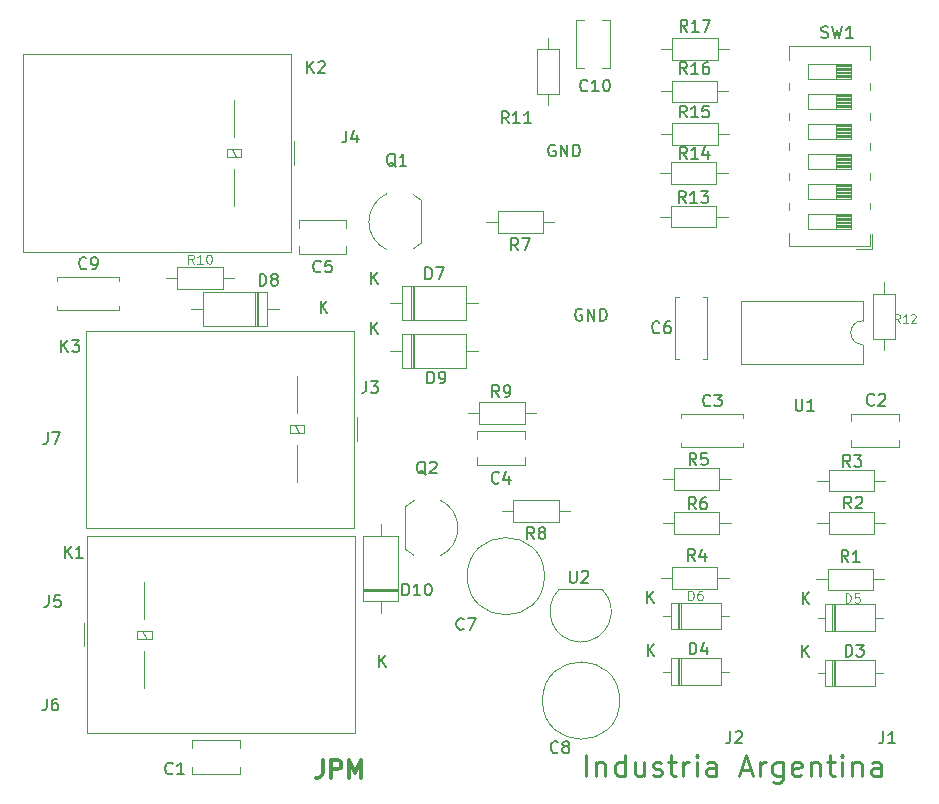
<source format=gbr>
G04 #@! TF.GenerationSoftware,KiCad,Pcbnew,5.1.4-e60b266~84~ubuntu18.04.1*
G04 #@! TF.CreationDate,2019-11-08T12:52:39-03:00*
G04 #@! TF.ProjectId,DriverConSensor,44726976-6572-4436-9f6e-53656e736f72,Ribelotta-Perren*
G04 #@! TF.SameCoordinates,Original*
G04 #@! TF.FileFunction,Legend,Top*
G04 #@! TF.FilePolarity,Positive*
%FSLAX46Y46*%
G04 Gerber Fmt 4.6, Leading zero omitted, Abs format (unit mm)*
G04 Created by KiCad (PCBNEW 5.1.4-e60b266~84~ubuntu18.04.1) date 2019-11-08 12:52:39*
%MOMM*%
%LPD*%
G04 APERTURE LIST*
%ADD10C,0.300000*%
%ADD11C,0.250000*%
%ADD12C,0.120000*%
%ADD13C,0.150000*%
%ADD14C,0.110000*%
%ADD15C,0.100000*%
G04 APERTURE END LIST*
D10*
X139232142Y-127078571D02*
X139232142Y-128150000D01*
X139160714Y-128364285D01*
X139017857Y-128507142D01*
X138803571Y-128578571D01*
X138660714Y-128578571D01*
X139946428Y-128578571D02*
X139946428Y-127078571D01*
X140517857Y-127078571D01*
X140660714Y-127150000D01*
X140732142Y-127221428D01*
X140803571Y-127364285D01*
X140803571Y-127578571D01*
X140732142Y-127721428D01*
X140660714Y-127792857D01*
X140517857Y-127864285D01*
X139946428Y-127864285D01*
X141446428Y-128578571D02*
X141446428Y-127078571D01*
X141946428Y-128150000D01*
X142446428Y-127078571D01*
X142446428Y-128578571D01*
D11*
X161528571Y-128464285D02*
X161528571Y-126664285D01*
X162385714Y-127264285D02*
X162385714Y-128464285D01*
X162385714Y-127435714D02*
X162471428Y-127350000D01*
X162642857Y-127264285D01*
X162900000Y-127264285D01*
X163071428Y-127350000D01*
X163157142Y-127521428D01*
X163157142Y-128464285D01*
X164785714Y-128464285D02*
X164785714Y-126664285D01*
X164785714Y-128378571D02*
X164614285Y-128464285D01*
X164271428Y-128464285D01*
X164100000Y-128378571D01*
X164014285Y-128292857D01*
X163928571Y-128121428D01*
X163928571Y-127607142D01*
X164014285Y-127435714D01*
X164100000Y-127350000D01*
X164271428Y-127264285D01*
X164614285Y-127264285D01*
X164785714Y-127350000D01*
X166414285Y-127264285D02*
X166414285Y-128464285D01*
X165642857Y-127264285D02*
X165642857Y-128207142D01*
X165728571Y-128378571D01*
X165900000Y-128464285D01*
X166157142Y-128464285D01*
X166328571Y-128378571D01*
X166414285Y-128292857D01*
X167185714Y-128378571D02*
X167357142Y-128464285D01*
X167700000Y-128464285D01*
X167871428Y-128378571D01*
X167957142Y-128207142D01*
X167957142Y-128121428D01*
X167871428Y-127950000D01*
X167700000Y-127864285D01*
X167442857Y-127864285D01*
X167271428Y-127778571D01*
X167185714Y-127607142D01*
X167185714Y-127521428D01*
X167271428Y-127350000D01*
X167442857Y-127264285D01*
X167700000Y-127264285D01*
X167871428Y-127350000D01*
X168471428Y-127264285D02*
X169157142Y-127264285D01*
X168728571Y-126664285D02*
X168728571Y-128207142D01*
X168814285Y-128378571D01*
X168985714Y-128464285D01*
X169157142Y-128464285D01*
X169757142Y-128464285D02*
X169757142Y-127264285D01*
X169757142Y-127607142D02*
X169842857Y-127435714D01*
X169928571Y-127350000D01*
X170100000Y-127264285D01*
X170271428Y-127264285D01*
X170871428Y-128464285D02*
X170871428Y-127264285D01*
X170871428Y-126664285D02*
X170785714Y-126750000D01*
X170871428Y-126835714D01*
X170957142Y-126750000D01*
X170871428Y-126664285D01*
X170871428Y-126835714D01*
X172500000Y-128464285D02*
X172500000Y-127521428D01*
X172414285Y-127350000D01*
X172242857Y-127264285D01*
X171900000Y-127264285D01*
X171728571Y-127350000D01*
X172500000Y-128378571D02*
X172328571Y-128464285D01*
X171900000Y-128464285D01*
X171728571Y-128378571D01*
X171642857Y-128207142D01*
X171642857Y-128035714D01*
X171728571Y-127864285D01*
X171900000Y-127778571D01*
X172328571Y-127778571D01*
X172500000Y-127692857D01*
X174642857Y-127950000D02*
X175500000Y-127950000D01*
X174471428Y-128464285D02*
X175071428Y-126664285D01*
X175671428Y-128464285D01*
X176271428Y-128464285D02*
X176271428Y-127264285D01*
X176271428Y-127607142D02*
X176357142Y-127435714D01*
X176442857Y-127350000D01*
X176614285Y-127264285D01*
X176785714Y-127264285D01*
X178157142Y-127264285D02*
X178157142Y-128721428D01*
X178071428Y-128892857D01*
X177985714Y-128978571D01*
X177814285Y-129064285D01*
X177557142Y-129064285D01*
X177385714Y-128978571D01*
X178157142Y-128378571D02*
X177985714Y-128464285D01*
X177642857Y-128464285D01*
X177471428Y-128378571D01*
X177385714Y-128292857D01*
X177300000Y-128121428D01*
X177300000Y-127607142D01*
X177385714Y-127435714D01*
X177471428Y-127350000D01*
X177642857Y-127264285D01*
X177985714Y-127264285D01*
X178157142Y-127350000D01*
X179700000Y-128378571D02*
X179528571Y-128464285D01*
X179185714Y-128464285D01*
X179014285Y-128378571D01*
X178928571Y-128207142D01*
X178928571Y-127521428D01*
X179014285Y-127350000D01*
X179185714Y-127264285D01*
X179528571Y-127264285D01*
X179700000Y-127350000D01*
X179785714Y-127521428D01*
X179785714Y-127692857D01*
X178928571Y-127864285D01*
X180557142Y-127264285D02*
X180557142Y-128464285D01*
X180557142Y-127435714D02*
X180642857Y-127350000D01*
X180814285Y-127264285D01*
X181071428Y-127264285D01*
X181242857Y-127350000D01*
X181328571Y-127521428D01*
X181328571Y-128464285D01*
X181928571Y-127264285D02*
X182614285Y-127264285D01*
X182185714Y-126664285D02*
X182185714Y-128207142D01*
X182271428Y-128378571D01*
X182442857Y-128464285D01*
X182614285Y-128464285D01*
X183214285Y-128464285D02*
X183214285Y-127264285D01*
X183214285Y-126664285D02*
X183128571Y-126750000D01*
X183214285Y-126835714D01*
X183300000Y-126750000D01*
X183214285Y-126664285D01*
X183214285Y-126835714D01*
X184071428Y-127264285D02*
X184071428Y-128464285D01*
X184071428Y-127435714D02*
X184157142Y-127350000D01*
X184328571Y-127264285D01*
X184585714Y-127264285D01*
X184757142Y-127350000D01*
X184842857Y-127521428D01*
X184842857Y-128464285D01*
X186471428Y-128464285D02*
X186471428Y-127521428D01*
X186385714Y-127350000D01*
X186214285Y-127264285D01*
X185871428Y-127264285D01*
X185700000Y-127350000D01*
X186471428Y-128378571D02*
X186300000Y-128464285D01*
X185871428Y-128464285D01*
X185700000Y-128378571D01*
X185614285Y-128207142D01*
X185614285Y-128035714D01*
X185700000Y-127864285D01*
X185871428Y-127778571D01*
X186300000Y-127778571D01*
X186471428Y-127692857D01*
D12*
X137050000Y-100425000D02*
X137050000Y-103575000D01*
X137050000Y-94575000D02*
X137050000Y-97725000D01*
X142160000Y-98075000D02*
X142160000Y-100075000D01*
X136450000Y-98725000D02*
X136450000Y-99425000D01*
X137650000Y-98725000D02*
X136450000Y-98725000D01*
X137650000Y-99425000D02*
X137650000Y-98725000D01*
X136450000Y-99425000D02*
X137650000Y-99425000D01*
X136850000Y-98725000D02*
X137250000Y-99425000D01*
X119200000Y-90725000D02*
X119200000Y-107425000D01*
X141900000Y-90725000D02*
X119200000Y-90725000D01*
X141900000Y-107425000D02*
X141900000Y-90725000D01*
X119200000Y-107425000D02*
X141900000Y-107425000D01*
X131700000Y-77050000D02*
X131700000Y-80200000D01*
X131700000Y-71200000D02*
X131700000Y-74350000D01*
X136810000Y-74700000D02*
X136810000Y-76700000D01*
X131100000Y-75350000D02*
X131100000Y-76050000D01*
X132300000Y-75350000D02*
X131100000Y-75350000D01*
X132300000Y-76050000D02*
X132300000Y-75350000D01*
X131100000Y-76050000D02*
X132300000Y-76050000D01*
X131500000Y-75350000D02*
X131900000Y-76050000D01*
X113850000Y-67350000D02*
X113850000Y-84050000D01*
X136550000Y-67350000D02*
X113850000Y-67350000D01*
X136550000Y-84050000D02*
X136550000Y-67350000D01*
X113850000Y-84050000D02*
X136550000Y-84050000D01*
X124125000Y-115125000D02*
X124125000Y-111975000D01*
X124125000Y-120975000D02*
X124125000Y-117825000D01*
X119015000Y-117475000D02*
X119015000Y-115475000D01*
X124725000Y-116825000D02*
X124725000Y-116125000D01*
X123525000Y-116825000D02*
X124725000Y-116825000D01*
X123525000Y-116125000D02*
X123525000Y-116825000D01*
X124725000Y-116125000D02*
X123525000Y-116125000D01*
X124325000Y-116825000D02*
X123925000Y-116125000D01*
X141975000Y-124825000D02*
X141975000Y-108125000D01*
X119275000Y-124825000D02*
X141975000Y-124825000D01*
X119275000Y-108125000D02*
X119275000Y-124825000D01*
X141975000Y-108125000D02*
X119275000Y-108125000D01*
X121995000Y-88630000D02*
X121995000Y-88945000D01*
X121995000Y-86205000D02*
X121995000Y-86520000D01*
X116755000Y-88630000D02*
X116755000Y-88945000D01*
X116755000Y-86205000D02*
X116755000Y-86520000D01*
X116755000Y-88945000D02*
X121995000Y-88945000D01*
X116755000Y-86205000D02*
X121995000Y-86205000D01*
X171455000Y-87880000D02*
X171770000Y-87880000D01*
X169030000Y-87880000D02*
X169345000Y-87880000D01*
X171455000Y-93120000D02*
X171770000Y-93120000D01*
X169030000Y-93120000D02*
X169345000Y-93120000D01*
X171770000Y-93120000D02*
X171770000Y-87880000D01*
X169030000Y-93120000D02*
X169030000Y-87880000D01*
X174820000Y-100255000D02*
X174820000Y-100570000D01*
X174820000Y-97830000D02*
X174820000Y-98145000D01*
X169580000Y-100255000D02*
X169580000Y-100570000D01*
X169580000Y-97830000D02*
X169580000Y-98145000D01*
X169580000Y-100570000D02*
X174820000Y-100570000D01*
X169580000Y-97830000D02*
X174820000Y-97830000D01*
X162855000Y-112650000D02*
X159255000Y-112650000D01*
X162893478Y-112661522D02*
G75*
G02X161055000Y-117100000I-1838478J-1838478D01*
G01*
X159216522Y-112661522D02*
G75*
G03X161055000Y-117100000I1838478J-1838478D01*
G01*
X145935000Y-86930000D02*
X145935000Y-89870000D01*
X145935000Y-89870000D02*
X151375000Y-89870000D01*
X151375000Y-89870000D02*
X151375000Y-86930000D01*
X151375000Y-86930000D02*
X145935000Y-86930000D01*
X144915000Y-88400000D02*
X145935000Y-88400000D01*
X152395000Y-88400000D02*
X151375000Y-88400000D01*
X146835000Y-86930000D02*
X146835000Y-89870000D01*
X146955000Y-86930000D02*
X146955000Y-89870000D01*
X146715000Y-86930000D02*
X146715000Y-89870000D01*
X128140000Y-126055000D02*
X128140000Y-125430000D01*
X128140000Y-128270000D02*
X128140000Y-127645000D01*
X132180000Y-126055000D02*
X132180000Y-125430000D01*
X132180000Y-128270000D02*
X132180000Y-127645000D01*
X132180000Y-125430000D02*
X128140000Y-125430000D01*
X132180000Y-128270000D02*
X128140000Y-128270000D01*
X187990000Y-100610000D02*
X183950000Y-100610000D01*
X187990000Y-97770000D02*
X183950000Y-97770000D01*
X187990000Y-100610000D02*
X187990000Y-99985000D01*
X187990000Y-98395000D02*
X187990000Y-97770000D01*
X183950000Y-100610000D02*
X183950000Y-99985000D01*
X183950000Y-98395000D02*
X183950000Y-97770000D01*
X152280000Y-99880000D02*
X152280000Y-99255000D01*
X152280000Y-102095000D02*
X152280000Y-101470000D01*
X156320000Y-99880000D02*
X156320000Y-99255000D01*
X156320000Y-102095000D02*
X156320000Y-101470000D01*
X156320000Y-99255000D02*
X152280000Y-99255000D01*
X156320000Y-102095000D02*
X152280000Y-102095000D01*
X137192000Y-82009000D02*
X137192000Y-81384000D01*
X137192000Y-84224000D02*
X137192000Y-83599000D01*
X141232000Y-82009000D02*
X141232000Y-81384000D01*
X141232000Y-84224000D02*
X141232000Y-83599000D01*
X141232000Y-81384000D02*
X137192000Y-81384000D01*
X141232000Y-84224000D02*
X137192000Y-84224000D01*
X157995000Y-111525000D02*
G75*
G03X157995000Y-111525000I-3270000J0D01*
G01*
X164370000Y-122050000D02*
G75*
G03X164370000Y-122050000I-3270000J0D01*
G01*
X160680000Y-68470000D02*
X160680000Y-64430000D01*
X163520000Y-68470000D02*
X163520000Y-64430000D01*
X160680000Y-68470000D02*
X161305000Y-68470000D01*
X162895000Y-68470000D02*
X163520000Y-68470000D01*
X160680000Y-64430000D02*
X161305000Y-64430000D01*
X162895000Y-64430000D02*
X163520000Y-64430000D01*
X181765000Y-118605000D02*
X181765000Y-120845000D01*
X181765000Y-120845000D02*
X186005000Y-120845000D01*
X186005000Y-120845000D02*
X186005000Y-118605000D01*
X186005000Y-118605000D02*
X181765000Y-118605000D01*
X181115000Y-119725000D02*
X181765000Y-119725000D01*
X186655000Y-119725000D02*
X186005000Y-119725000D01*
X182485000Y-118605000D02*
X182485000Y-120845000D01*
X182605000Y-118605000D02*
X182605000Y-120845000D01*
X182365000Y-118605000D02*
X182365000Y-120845000D01*
X169290000Y-118480000D02*
X169290000Y-120720000D01*
X169530000Y-118480000D02*
X169530000Y-120720000D01*
X169410000Y-118480000D02*
X169410000Y-120720000D01*
X173580000Y-119600000D02*
X172930000Y-119600000D01*
X168040000Y-119600000D02*
X168690000Y-119600000D01*
X172930000Y-118480000D02*
X168690000Y-118480000D01*
X172930000Y-120720000D02*
X172930000Y-118480000D01*
X168690000Y-120720000D02*
X172930000Y-120720000D01*
X168690000Y-118480000D02*
X168690000Y-120720000D01*
X181765000Y-113905000D02*
X181765000Y-116145000D01*
X181765000Y-116145000D02*
X186005000Y-116145000D01*
X186005000Y-116145000D02*
X186005000Y-113905000D01*
X186005000Y-113905000D02*
X181765000Y-113905000D01*
X181115000Y-115025000D02*
X181765000Y-115025000D01*
X186655000Y-115025000D02*
X186005000Y-115025000D01*
X182485000Y-113905000D02*
X182485000Y-116145000D01*
X182605000Y-113905000D02*
X182605000Y-116145000D01*
X182365000Y-113905000D02*
X182365000Y-116145000D01*
X169290000Y-113780000D02*
X169290000Y-116020000D01*
X169530000Y-113780000D02*
X169530000Y-116020000D01*
X169410000Y-113780000D02*
X169410000Y-116020000D01*
X173580000Y-114900000D02*
X172930000Y-114900000D01*
X168040000Y-114900000D02*
X168690000Y-114900000D01*
X172930000Y-113780000D02*
X168690000Y-113780000D01*
X172930000Y-116020000D02*
X172930000Y-113780000D01*
X168690000Y-116020000D02*
X172930000Y-116020000D01*
X168690000Y-113780000D02*
X168690000Y-116020000D01*
X133760000Y-90370000D02*
X133760000Y-87430000D01*
X133520000Y-90370000D02*
X133520000Y-87430000D01*
X133640000Y-90370000D02*
X133640000Y-87430000D01*
X128080000Y-88900000D02*
X129100000Y-88900000D01*
X135560000Y-88900000D02*
X134540000Y-88900000D01*
X129100000Y-90370000D02*
X134540000Y-90370000D01*
X129100000Y-87430000D02*
X129100000Y-90370000D01*
X134540000Y-87430000D02*
X129100000Y-87430000D01*
X134540000Y-90370000D02*
X134540000Y-87430000D01*
X145930000Y-90990000D02*
X145930000Y-93930000D01*
X145930000Y-93930000D02*
X151370000Y-93930000D01*
X151370000Y-93930000D02*
X151370000Y-90990000D01*
X151370000Y-90990000D02*
X145930000Y-90990000D01*
X144910000Y-92460000D02*
X145930000Y-92460000D01*
X152390000Y-92460000D02*
X151370000Y-92460000D01*
X146830000Y-90990000D02*
X146830000Y-93930000D01*
X146950000Y-90990000D02*
X146950000Y-93930000D01*
X146710000Y-90990000D02*
X146710000Y-93930000D01*
X142655000Y-112810000D02*
X145595000Y-112810000D01*
X142655000Y-112570000D02*
X145595000Y-112570000D01*
X142655000Y-112690000D02*
X145595000Y-112690000D01*
X144125000Y-107130000D02*
X144125000Y-108150000D01*
X144125000Y-114610000D02*
X144125000Y-113590000D01*
X142655000Y-108150000D02*
X142655000Y-113590000D01*
X145595000Y-108150000D02*
X142655000Y-108150000D01*
X145595000Y-113590000D02*
X145595000Y-108150000D01*
X142655000Y-113590000D02*
X145595000Y-113590000D01*
X146847795Y-79185816D02*
G75*
G02X147575000Y-79710000I-1122795J-2324184D01*
G01*
X144626193Y-79153600D02*
G75*
G03X143125000Y-81510000I1098807J-2356400D01*
G01*
X144626193Y-83866400D02*
G75*
G02X143125000Y-81510000I1098807J2356400D01*
G01*
X146847795Y-83834184D02*
G75*
G03X147575000Y-83310000I-1122795J2324184D01*
G01*
X147575000Y-83310000D02*
X147575000Y-79710000D01*
X146225000Y-105640000D02*
X146225000Y-109240000D01*
X146952205Y-105115816D02*
G75*
G03X146225000Y-105640000I1122795J-2324184D01*
G01*
X149173807Y-105083600D02*
G75*
G02X150675000Y-107440000I-1098807J-2356400D01*
G01*
X149173807Y-109796400D02*
G75*
G03X150675000Y-107440000I-1098807J2356400D01*
G01*
X146952205Y-109764184D02*
G75*
G02X146225000Y-109240000I1122795J2324184D01*
G01*
X181965000Y-110880000D02*
X181965000Y-112720000D01*
X181965000Y-112720000D02*
X185805000Y-112720000D01*
X185805000Y-112720000D02*
X185805000Y-110880000D01*
X185805000Y-110880000D02*
X181965000Y-110880000D01*
X181015000Y-111800000D02*
X181965000Y-111800000D01*
X186755000Y-111800000D02*
X185805000Y-111800000D01*
X181095000Y-107000000D02*
X182045000Y-107000000D01*
X186835000Y-107000000D02*
X185885000Y-107000000D01*
X182045000Y-107920000D02*
X185885000Y-107920000D01*
X182045000Y-106080000D02*
X182045000Y-107920000D01*
X185885000Y-106080000D02*
X182045000Y-106080000D01*
X185885000Y-107920000D02*
X185885000Y-106080000D01*
X185885000Y-104345000D02*
X185885000Y-102505000D01*
X185885000Y-102505000D02*
X182045000Y-102505000D01*
X182045000Y-102505000D02*
X182045000Y-104345000D01*
X182045000Y-104345000D02*
X185885000Y-104345000D01*
X186835000Y-103425000D02*
X185885000Y-103425000D01*
X181095000Y-103425000D02*
X182045000Y-103425000D01*
X168790000Y-110780000D02*
X168790000Y-112620000D01*
X168790000Y-112620000D02*
X172630000Y-112620000D01*
X172630000Y-112620000D02*
X172630000Y-110780000D01*
X172630000Y-110780000D02*
X168790000Y-110780000D01*
X167840000Y-111700000D02*
X168790000Y-111700000D01*
X173580000Y-111700000D02*
X172630000Y-111700000D01*
X168020000Y-103300000D02*
X168970000Y-103300000D01*
X173760000Y-103300000D02*
X172810000Y-103300000D01*
X168970000Y-104220000D02*
X172810000Y-104220000D01*
X168970000Y-102380000D02*
X168970000Y-104220000D01*
X172810000Y-102380000D02*
X168970000Y-102380000D01*
X172810000Y-104220000D02*
X172810000Y-102380000D01*
X168020000Y-107000000D02*
X168970000Y-107000000D01*
X173760000Y-107000000D02*
X172810000Y-107000000D01*
X168970000Y-107920000D02*
X172810000Y-107920000D01*
X168970000Y-106080000D02*
X168970000Y-107920000D01*
X172810000Y-106080000D02*
X168970000Y-106080000D01*
X172810000Y-107920000D02*
X172810000Y-106080000D01*
X153070000Y-81550000D02*
X154020000Y-81550000D01*
X158810000Y-81550000D02*
X157860000Y-81550000D01*
X154020000Y-82470000D02*
X157860000Y-82470000D01*
X154020000Y-80630000D02*
X154020000Y-82470000D01*
X157860000Y-80630000D02*
X154020000Y-80630000D01*
X157860000Y-82470000D02*
X157860000Y-80630000D01*
X154420000Y-106000000D02*
X155370000Y-106000000D01*
X160160000Y-106000000D02*
X159210000Y-106000000D01*
X155370000Y-106920000D02*
X159210000Y-106920000D01*
X155370000Y-105080000D02*
X155370000Y-106920000D01*
X159210000Y-105080000D02*
X155370000Y-105080000D01*
X159210000Y-106920000D02*
X159210000Y-105080000D01*
X156310000Y-98620000D02*
X156310000Y-96780000D01*
X156310000Y-96780000D02*
X152470000Y-96780000D01*
X152470000Y-96780000D02*
X152470000Y-98620000D01*
X152470000Y-98620000D02*
X156310000Y-98620000D01*
X157260000Y-97700000D02*
X156310000Y-97700000D01*
X151520000Y-97700000D02*
X152470000Y-97700000D01*
X130760000Y-87195000D02*
X130760000Y-85355000D01*
X130760000Y-85355000D02*
X126920000Y-85355000D01*
X126920000Y-85355000D02*
X126920000Y-87195000D01*
X126920000Y-87195000D02*
X130760000Y-87195000D01*
X131710000Y-86275000D02*
X130760000Y-86275000D01*
X125970000Y-86275000D02*
X126920000Y-86275000D01*
X157380000Y-70710000D02*
X159220000Y-70710000D01*
X159220000Y-70710000D02*
X159220000Y-66870000D01*
X159220000Y-66870000D02*
X157380000Y-66870000D01*
X157380000Y-66870000D02*
X157380000Y-70710000D01*
X158300000Y-71660000D02*
X158300000Y-70710000D01*
X158300000Y-65920000D02*
X158300000Y-66870000D01*
X186770000Y-92390000D02*
X186770000Y-91440000D01*
X186770000Y-86650000D02*
X186770000Y-87600000D01*
X187690000Y-91440000D02*
X187690000Y-87600000D01*
X185850000Y-91440000D02*
X187690000Y-91440000D01*
X185850000Y-87600000D02*
X185850000Y-91440000D01*
X187690000Y-87600000D02*
X185850000Y-87600000D01*
X168710000Y-80160000D02*
X168710000Y-82000000D01*
X168710000Y-82000000D02*
X172550000Y-82000000D01*
X172550000Y-82000000D02*
X172550000Y-80160000D01*
X172550000Y-80160000D02*
X168710000Y-80160000D01*
X167760000Y-81080000D02*
X168710000Y-81080000D01*
X173500000Y-81080000D02*
X172550000Y-81080000D01*
X173500000Y-77380000D02*
X172550000Y-77380000D01*
X167760000Y-77380000D02*
X168710000Y-77380000D01*
X172550000Y-76460000D02*
X168710000Y-76460000D01*
X172550000Y-78300000D02*
X172550000Y-76460000D01*
X168710000Y-78300000D02*
X172550000Y-78300000D01*
X168710000Y-76460000D02*
X168710000Y-78300000D01*
X168810000Y-73160000D02*
X168810000Y-75000000D01*
X168810000Y-75000000D02*
X172650000Y-75000000D01*
X172650000Y-75000000D02*
X172650000Y-73160000D01*
X172650000Y-73160000D02*
X168810000Y-73160000D01*
X167860000Y-74080000D02*
X168810000Y-74080000D01*
X173600000Y-74080000D02*
X172650000Y-74080000D01*
X173570000Y-70480000D02*
X172620000Y-70480000D01*
X167830000Y-70480000D02*
X168780000Y-70480000D01*
X172620000Y-69560000D02*
X168780000Y-69560000D01*
X172620000Y-71400000D02*
X172620000Y-69560000D01*
X168780000Y-71400000D02*
X172620000Y-71400000D01*
X168780000Y-69560000D02*
X168780000Y-71400000D01*
X168820000Y-65960000D02*
X168820000Y-67800000D01*
X168820000Y-67800000D02*
X172660000Y-67800000D01*
X172660000Y-67800000D02*
X172660000Y-65960000D01*
X172660000Y-65960000D02*
X168820000Y-65960000D01*
X167870000Y-66880000D02*
X168820000Y-66880000D01*
X173610000Y-66880000D02*
X172660000Y-66880000D01*
X185520000Y-83590000D02*
X178699000Y-83590000D01*
X185520000Y-66669000D02*
X178699000Y-66669000D01*
X185520000Y-83590000D02*
X185520000Y-82520000D01*
X185520000Y-80440000D02*
X185520000Y-79929000D01*
X185520000Y-77950000D02*
X185520000Y-77389000D01*
X185520000Y-75410000D02*
X185520000Y-74849000D01*
X185520000Y-72870000D02*
X185520000Y-72310000D01*
X185520000Y-70330000D02*
X185520000Y-69770000D01*
X185520000Y-67790000D02*
X185520000Y-66669000D01*
X178699000Y-67790000D02*
X178699000Y-66669000D01*
X178699000Y-70330000D02*
X178699000Y-69770000D01*
X178699000Y-72870000D02*
X178699000Y-72310000D01*
X178699000Y-75410000D02*
X178699000Y-74849000D01*
X178699000Y-77950000D02*
X178699000Y-77389000D01*
X178699000Y-83590000D02*
X178699000Y-82470000D01*
X178699000Y-80490000D02*
X178699000Y-79929000D01*
X185760000Y-83830000D02*
X184377000Y-83830000D01*
X185760000Y-83830000D02*
X185760000Y-82520000D01*
X183920000Y-82115000D02*
X183920000Y-80845000D01*
X183920000Y-80845000D02*
X180300000Y-80845000D01*
X180300000Y-80845000D02*
X180300000Y-82115000D01*
X180300000Y-82115000D02*
X183920000Y-82115000D01*
X183920000Y-81995000D02*
X182713333Y-81995000D01*
X183920000Y-81875000D02*
X182713333Y-81875000D01*
X183920000Y-81755000D02*
X182713333Y-81755000D01*
X183920000Y-81635000D02*
X182713333Y-81635000D01*
X183920000Y-81515000D02*
X182713333Y-81515000D01*
X183920000Y-81395000D02*
X182713333Y-81395000D01*
X183920000Y-81275000D02*
X182713333Y-81275000D01*
X183920000Y-81155000D02*
X182713333Y-81155000D01*
X183920000Y-81035000D02*
X182713333Y-81035000D01*
X183920000Y-80915000D02*
X182713333Y-80915000D01*
X182713333Y-82115000D02*
X182713333Y-80845000D01*
X183920000Y-79575000D02*
X183920000Y-78305000D01*
X183920000Y-78305000D02*
X180300000Y-78305000D01*
X180300000Y-78305000D02*
X180300000Y-79575000D01*
X180300000Y-79575000D02*
X183920000Y-79575000D01*
X183920000Y-79455000D02*
X182713333Y-79455000D01*
X183920000Y-79335000D02*
X182713333Y-79335000D01*
X183920000Y-79215000D02*
X182713333Y-79215000D01*
X183920000Y-79095000D02*
X182713333Y-79095000D01*
X183920000Y-78975000D02*
X182713333Y-78975000D01*
X183920000Y-78855000D02*
X182713333Y-78855000D01*
X183920000Y-78735000D02*
X182713333Y-78735000D01*
X183920000Y-78615000D02*
X182713333Y-78615000D01*
X183920000Y-78495000D02*
X182713333Y-78495000D01*
X183920000Y-78375000D02*
X182713333Y-78375000D01*
X182713333Y-79575000D02*
X182713333Y-78305000D01*
X183920000Y-77035000D02*
X183920000Y-75765000D01*
X183920000Y-75765000D02*
X180300000Y-75765000D01*
X180300000Y-75765000D02*
X180300000Y-77035000D01*
X180300000Y-77035000D02*
X183920000Y-77035000D01*
X183920000Y-76915000D02*
X182713333Y-76915000D01*
X183920000Y-76795000D02*
X182713333Y-76795000D01*
X183920000Y-76675000D02*
X182713333Y-76675000D01*
X183920000Y-76555000D02*
X182713333Y-76555000D01*
X183920000Y-76435000D02*
X182713333Y-76435000D01*
X183920000Y-76315000D02*
X182713333Y-76315000D01*
X183920000Y-76195000D02*
X182713333Y-76195000D01*
X183920000Y-76075000D02*
X182713333Y-76075000D01*
X183920000Y-75955000D02*
X182713333Y-75955000D01*
X183920000Y-75835000D02*
X182713333Y-75835000D01*
X182713333Y-77035000D02*
X182713333Y-75765000D01*
X183920000Y-74495000D02*
X183920000Y-73225000D01*
X183920000Y-73225000D02*
X180300000Y-73225000D01*
X180300000Y-73225000D02*
X180300000Y-74495000D01*
X180300000Y-74495000D02*
X183920000Y-74495000D01*
X183920000Y-74375000D02*
X182713333Y-74375000D01*
X183920000Y-74255000D02*
X182713333Y-74255000D01*
X183920000Y-74135000D02*
X182713333Y-74135000D01*
X183920000Y-74015000D02*
X182713333Y-74015000D01*
X183920000Y-73895000D02*
X182713333Y-73895000D01*
X183920000Y-73775000D02*
X182713333Y-73775000D01*
X183920000Y-73655000D02*
X182713333Y-73655000D01*
X183920000Y-73535000D02*
X182713333Y-73535000D01*
X183920000Y-73415000D02*
X182713333Y-73415000D01*
X183920000Y-73295000D02*
X182713333Y-73295000D01*
X182713333Y-74495000D02*
X182713333Y-73225000D01*
X183920000Y-71955000D02*
X183920000Y-70685000D01*
X183920000Y-70685000D02*
X180300000Y-70685000D01*
X180300000Y-70685000D02*
X180300000Y-71955000D01*
X180300000Y-71955000D02*
X183920000Y-71955000D01*
X183920000Y-71835000D02*
X182713333Y-71835000D01*
X183920000Y-71715000D02*
X182713333Y-71715000D01*
X183920000Y-71595000D02*
X182713333Y-71595000D01*
X183920000Y-71475000D02*
X182713333Y-71475000D01*
X183920000Y-71355000D02*
X182713333Y-71355000D01*
X183920000Y-71235000D02*
X182713333Y-71235000D01*
X183920000Y-71115000D02*
X182713333Y-71115000D01*
X183920000Y-70995000D02*
X182713333Y-70995000D01*
X183920000Y-70875000D02*
X182713333Y-70875000D01*
X183920000Y-70755000D02*
X182713333Y-70755000D01*
X182713333Y-71955000D02*
X182713333Y-70685000D01*
X183920000Y-69415000D02*
X183920000Y-68145000D01*
X183920000Y-68145000D02*
X180300000Y-68145000D01*
X180300000Y-68145000D02*
X180300000Y-69415000D01*
X180300000Y-69415000D02*
X183920000Y-69415000D01*
X183920000Y-69295000D02*
X182713333Y-69295000D01*
X183920000Y-69175000D02*
X182713333Y-69175000D01*
X183920000Y-69055000D02*
X182713333Y-69055000D01*
X183920000Y-68935000D02*
X182713333Y-68935000D01*
X183920000Y-68815000D02*
X182713333Y-68815000D01*
X183920000Y-68695000D02*
X182713333Y-68695000D01*
X183920000Y-68575000D02*
X182713333Y-68575000D01*
X183920000Y-68455000D02*
X182713333Y-68455000D01*
X183920000Y-68335000D02*
X182713333Y-68335000D01*
X183920000Y-68215000D02*
X182713333Y-68215000D01*
X182713333Y-69415000D02*
X182713333Y-68145000D01*
X184930000Y-91910000D02*
G75*
G02X184930000Y-89910000I0J1000000D01*
G01*
X184930000Y-89910000D02*
X184930000Y-88260000D01*
X184930000Y-88260000D02*
X174650000Y-88260000D01*
X174650000Y-88260000D02*
X174650000Y-93560000D01*
X174650000Y-93560000D02*
X184930000Y-93560000D01*
X184930000Y-93560000D02*
X184930000Y-91910000D01*
D13*
X117086904Y-92527380D02*
X117086904Y-91527380D01*
X117658333Y-92527380D02*
X117229761Y-91955952D01*
X117658333Y-91527380D02*
X117086904Y-92098809D01*
X117991666Y-91527380D02*
X118610714Y-91527380D01*
X118277380Y-91908333D01*
X118420238Y-91908333D01*
X118515476Y-91955952D01*
X118563095Y-92003571D01*
X118610714Y-92098809D01*
X118610714Y-92336904D01*
X118563095Y-92432142D01*
X118515476Y-92479761D01*
X118420238Y-92527380D01*
X118134523Y-92527380D01*
X118039285Y-92479761D01*
X117991666Y-92432142D01*
X137886904Y-68927380D02*
X137886904Y-67927380D01*
X138458333Y-68927380D02*
X138029761Y-68355952D01*
X138458333Y-67927380D02*
X137886904Y-68498809D01*
X138839285Y-68022619D02*
X138886904Y-67975000D01*
X138982142Y-67927380D01*
X139220238Y-67927380D01*
X139315476Y-67975000D01*
X139363095Y-68022619D01*
X139410714Y-68117857D01*
X139410714Y-68213095D01*
X139363095Y-68355952D01*
X138791666Y-68927380D01*
X139410714Y-68927380D01*
X117386904Y-109952380D02*
X117386904Y-108952380D01*
X117958333Y-109952380D02*
X117529761Y-109380952D01*
X117958333Y-108952380D02*
X117386904Y-109523809D01*
X118910714Y-109952380D02*
X118339285Y-109952380D01*
X118625000Y-109952380D02*
X118625000Y-108952380D01*
X118529761Y-109095238D01*
X118434523Y-109190476D01*
X118339285Y-109238095D01*
X119208333Y-85432142D02*
X119160714Y-85479761D01*
X119017857Y-85527380D01*
X118922619Y-85527380D01*
X118779761Y-85479761D01*
X118684523Y-85384523D01*
X118636904Y-85289285D01*
X118589285Y-85098809D01*
X118589285Y-84955952D01*
X118636904Y-84765476D01*
X118684523Y-84670238D01*
X118779761Y-84575000D01*
X118922619Y-84527380D01*
X119017857Y-84527380D01*
X119160714Y-84575000D01*
X119208333Y-84622619D01*
X119684523Y-85527380D02*
X119875000Y-85527380D01*
X119970238Y-85479761D01*
X120017857Y-85432142D01*
X120113095Y-85289285D01*
X120160714Y-85098809D01*
X120160714Y-84717857D01*
X120113095Y-84622619D01*
X120065476Y-84575000D01*
X119970238Y-84527380D01*
X119779761Y-84527380D01*
X119684523Y-84575000D01*
X119636904Y-84622619D01*
X119589285Y-84717857D01*
X119589285Y-84955952D01*
X119636904Y-85051190D01*
X119684523Y-85098809D01*
X119779761Y-85146428D01*
X119970238Y-85146428D01*
X120065476Y-85098809D01*
X120113095Y-85051190D01*
X120160714Y-84955952D01*
X167733333Y-90857142D02*
X167685714Y-90904761D01*
X167542857Y-90952380D01*
X167447619Y-90952380D01*
X167304761Y-90904761D01*
X167209523Y-90809523D01*
X167161904Y-90714285D01*
X167114285Y-90523809D01*
X167114285Y-90380952D01*
X167161904Y-90190476D01*
X167209523Y-90095238D01*
X167304761Y-90000000D01*
X167447619Y-89952380D01*
X167542857Y-89952380D01*
X167685714Y-90000000D01*
X167733333Y-90047619D01*
X168590476Y-89952380D02*
X168400000Y-89952380D01*
X168304761Y-90000000D01*
X168257142Y-90047619D01*
X168161904Y-90190476D01*
X168114285Y-90380952D01*
X168114285Y-90761904D01*
X168161904Y-90857142D01*
X168209523Y-90904761D01*
X168304761Y-90952380D01*
X168495238Y-90952380D01*
X168590476Y-90904761D01*
X168638095Y-90857142D01*
X168685714Y-90761904D01*
X168685714Y-90523809D01*
X168638095Y-90428571D01*
X168590476Y-90380952D01*
X168495238Y-90333333D01*
X168304761Y-90333333D01*
X168209523Y-90380952D01*
X168161904Y-90428571D01*
X168114285Y-90523809D01*
X172033333Y-97057142D02*
X171985714Y-97104761D01*
X171842857Y-97152380D01*
X171747619Y-97152380D01*
X171604761Y-97104761D01*
X171509523Y-97009523D01*
X171461904Y-96914285D01*
X171414285Y-96723809D01*
X171414285Y-96580952D01*
X171461904Y-96390476D01*
X171509523Y-96295238D01*
X171604761Y-96200000D01*
X171747619Y-96152380D01*
X171842857Y-96152380D01*
X171985714Y-96200000D01*
X172033333Y-96247619D01*
X172366666Y-96152380D02*
X172985714Y-96152380D01*
X172652380Y-96533333D01*
X172795238Y-96533333D01*
X172890476Y-96580952D01*
X172938095Y-96628571D01*
X172985714Y-96723809D01*
X172985714Y-96961904D01*
X172938095Y-97057142D01*
X172890476Y-97104761D01*
X172795238Y-97152380D01*
X172509523Y-97152380D01*
X172414285Y-97104761D01*
X172366666Y-97057142D01*
X160138095Y-111077380D02*
X160138095Y-111886904D01*
X160185714Y-111982142D01*
X160233333Y-112029761D01*
X160328571Y-112077380D01*
X160519047Y-112077380D01*
X160614285Y-112029761D01*
X160661904Y-111982142D01*
X160709523Y-111886904D01*
X160709523Y-111077380D01*
X161138095Y-111172619D02*
X161185714Y-111125000D01*
X161280952Y-111077380D01*
X161519047Y-111077380D01*
X161614285Y-111125000D01*
X161661904Y-111172619D01*
X161709523Y-111267857D01*
X161709523Y-111363095D01*
X161661904Y-111505952D01*
X161090476Y-112077380D01*
X161709523Y-112077380D01*
X158888095Y-75025000D02*
X158792857Y-74977380D01*
X158650000Y-74977380D01*
X158507142Y-75025000D01*
X158411904Y-75120238D01*
X158364285Y-75215476D01*
X158316666Y-75405952D01*
X158316666Y-75548809D01*
X158364285Y-75739285D01*
X158411904Y-75834523D01*
X158507142Y-75929761D01*
X158650000Y-75977380D01*
X158745238Y-75977380D01*
X158888095Y-75929761D01*
X158935714Y-75882142D01*
X158935714Y-75548809D01*
X158745238Y-75548809D01*
X159364285Y-75977380D02*
X159364285Y-74977380D01*
X159935714Y-75977380D01*
X159935714Y-74977380D01*
X160411904Y-75977380D02*
X160411904Y-74977380D01*
X160650000Y-74977380D01*
X160792857Y-75025000D01*
X160888095Y-75120238D01*
X160935714Y-75215476D01*
X160983333Y-75405952D01*
X160983333Y-75548809D01*
X160935714Y-75739285D01*
X160888095Y-75834523D01*
X160792857Y-75929761D01*
X160650000Y-75977380D01*
X160411904Y-75977380D01*
X161163095Y-88925000D02*
X161067857Y-88877380D01*
X160925000Y-88877380D01*
X160782142Y-88925000D01*
X160686904Y-89020238D01*
X160639285Y-89115476D01*
X160591666Y-89305952D01*
X160591666Y-89448809D01*
X160639285Y-89639285D01*
X160686904Y-89734523D01*
X160782142Y-89829761D01*
X160925000Y-89877380D01*
X161020238Y-89877380D01*
X161163095Y-89829761D01*
X161210714Y-89782142D01*
X161210714Y-89448809D01*
X161020238Y-89448809D01*
X161639285Y-89877380D02*
X161639285Y-88877380D01*
X162210714Y-89877380D01*
X162210714Y-88877380D01*
X162686904Y-89877380D02*
X162686904Y-88877380D01*
X162925000Y-88877380D01*
X163067857Y-88925000D01*
X163163095Y-89020238D01*
X163210714Y-89115476D01*
X163258333Y-89305952D01*
X163258333Y-89448809D01*
X163210714Y-89639285D01*
X163163095Y-89734523D01*
X163067857Y-89829761D01*
X162925000Y-89877380D01*
X162686904Y-89877380D01*
X147916904Y-86382380D02*
X147916904Y-85382380D01*
X148155000Y-85382380D01*
X148297857Y-85430000D01*
X148393095Y-85525238D01*
X148440714Y-85620476D01*
X148488333Y-85810952D01*
X148488333Y-85953809D01*
X148440714Y-86144285D01*
X148393095Y-86239523D01*
X148297857Y-86334761D01*
X148155000Y-86382380D01*
X147916904Y-86382380D01*
X148821666Y-85382380D02*
X149488333Y-85382380D01*
X149059761Y-86382380D01*
X143313095Y-86752380D02*
X143313095Y-85752380D01*
X143884523Y-86752380D02*
X143455952Y-86180952D01*
X143884523Y-85752380D02*
X143313095Y-86323809D01*
X126513333Y-128212142D02*
X126465714Y-128259761D01*
X126322857Y-128307380D01*
X126227619Y-128307380D01*
X126084761Y-128259761D01*
X125989523Y-128164523D01*
X125941904Y-128069285D01*
X125894285Y-127878809D01*
X125894285Y-127735952D01*
X125941904Y-127545476D01*
X125989523Y-127450238D01*
X126084761Y-127355000D01*
X126227619Y-127307380D01*
X126322857Y-127307380D01*
X126465714Y-127355000D01*
X126513333Y-127402619D01*
X127465714Y-128307380D02*
X126894285Y-128307380D01*
X127180000Y-128307380D02*
X127180000Y-127307380D01*
X127084761Y-127450238D01*
X126989523Y-127545476D01*
X126894285Y-127593095D01*
X185908333Y-96982142D02*
X185860714Y-97029761D01*
X185717857Y-97077380D01*
X185622619Y-97077380D01*
X185479761Y-97029761D01*
X185384523Y-96934523D01*
X185336904Y-96839285D01*
X185289285Y-96648809D01*
X185289285Y-96505952D01*
X185336904Y-96315476D01*
X185384523Y-96220238D01*
X185479761Y-96125000D01*
X185622619Y-96077380D01*
X185717857Y-96077380D01*
X185860714Y-96125000D01*
X185908333Y-96172619D01*
X186289285Y-96172619D02*
X186336904Y-96125000D01*
X186432142Y-96077380D01*
X186670238Y-96077380D01*
X186765476Y-96125000D01*
X186813095Y-96172619D01*
X186860714Y-96267857D01*
X186860714Y-96363095D01*
X186813095Y-96505952D01*
X186241666Y-97077380D01*
X186860714Y-97077380D01*
X154133333Y-103582142D02*
X154085714Y-103629761D01*
X153942857Y-103677380D01*
X153847619Y-103677380D01*
X153704761Y-103629761D01*
X153609523Y-103534523D01*
X153561904Y-103439285D01*
X153514285Y-103248809D01*
X153514285Y-103105952D01*
X153561904Y-102915476D01*
X153609523Y-102820238D01*
X153704761Y-102725000D01*
X153847619Y-102677380D01*
X153942857Y-102677380D01*
X154085714Y-102725000D01*
X154133333Y-102772619D01*
X154990476Y-103010714D02*
X154990476Y-103677380D01*
X154752380Y-102629761D02*
X154514285Y-103344047D01*
X155133333Y-103344047D01*
X139045333Y-85711142D02*
X138997714Y-85758761D01*
X138854857Y-85806380D01*
X138759619Y-85806380D01*
X138616761Y-85758761D01*
X138521523Y-85663523D01*
X138473904Y-85568285D01*
X138426285Y-85377809D01*
X138426285Y-85234952D01*
X138473904Y-85044476D01*
X138521523Y-84949238D01*
X138616761Y-84854000D01*
X138759619Y-84806380D01*
X138854857Y-84806380D01*
X138997714Y-84854000D01*
X139045333Y-84901619D01*
X139950095Y-84806380D02*
X139473904Y-84806380D01*
X139426285Y-85282571D01*
X139473904Y-85234952D01*
X139569142Y-85187333D01*
X139807238Y-85187333D01*
X139902476Y-85234952D01*
X139950095Y-85282571D01*
X139997714Y-85377809D01*
X139997714Y-85615904D01*
X139950095Y-85711142D01*
X139902476Y-85758761D01*
X139807238Y-85806380D01*
X139569142Y-85806380D01*
X139473904Y-85758761D01*
X139426285Y-85711142D01*
X151158333Y-115982142D02*
X151110714Y-116029761D01*
X150967857Y-116077380D01*
X150872619Y-116077380D01*
X150729761Y-116029761D01*
X150634523Y-115934523D01*
X150586904Y-115839285D01*
X150539285Y-115648809D01*
X150539285Y-115505952D01*
X150586904Y-115315476D01*
X150634523Y-115220238D01*
X150729761Y-115125000D01*
X150872619Y-115077380D01*
X150967857Y-115077380D01*
X151110714Y-115125000D01*
X151158333Y-115172619D01*
X151491666Y-115077380D02*
X152158333Y-115077380D01*
X151729761Y-116077380D01*
X159133333Y-126407142D02*
X159085714Y-126454761D01*
X158942857Y-126502380D01*
X158847619Y-126502380D01*
X158704761Y-126454761D01*
X158609523Y-126359523D01*
X158561904Y-126264285D01*
X158514285Y-126073809D01*
X158514285Y-125930952D01*
X158561904Y-125740476D01*
X158609523Y-125645238D01*
X158704761Y-125550000D01*
X158847619Y-125502380D01*
X158942857Y-125502380D01*
X159085714Y-125550000D01*
X159133333Y-125597619D01*
X159704761Y-125930952D02*
X159609523Y-125883333D01*
X159561904Y-125835714D01*
X159514285Y-125740476D01*
X159514285Y-125692857D01*
X159561904Y-125597619D01*
X159609523Y-125550000D01*
X159704761Y-125502380D01*
X159895238Y-125502380D01*
X159990476Y-125550000D01*
X160038095Y-125597619D01*
X160085714Y-125692857D01*
X160085714Y-125740476D01*
X160038095Y-125835714D01*
X159990476Y-125883333D01*
X159895238Y-125930952D01*
X159704761Y-125930952D01*
X159609523Y-125978571D01*
X159561904Y-126026190D01*
X159514285Y-126121428D01*
X159514285Y-126311904D01*
X159561904Y-126407142D01*
X159609523Y-126454761D01*
X159704761Y-126502380D01*
X159895238Y-126502380D01*
X159990476Y-126454761D01*
X160038095Y-126407142D01*
X160085714Y-126311904D01*
X160085714Y-126121428D01*
X160038095Y-126026190D01*
X159990476Y-125978571D01*
X159895238Y-125930952D01*
X161632142Y-70382142D02*
X161584523Y-70429761D01*
X161441666Y-70477380D01*
X161346428Y-70477380D01*
X161203571Y-70429761D01*
X161108333Y-70334523D01*
X161060714Y-70239285D01*
X161013095Y-70048809D01*
X161013095Y-69905952D01*
X161060714Y-69715476D01*
X161108333Y-69620238D01*
X161203571Y-69525000D01*
X161346428Y-69477380D01*
X161441666Y-69477380D01*
X161584523Y-69525000D01*
X161632142Y-69572619D01*
X162584523Y-70477380D02*
X162013095Y-70477380D01*
X162298809Y-70477380D02*
X162298809Y-69477380D01*
X162203571Y-69620238D01*
X162108333Y-69715476D01*
X162013095Y-69763095D01*
X163203571Y-69477380D02*
X163298809Y-69477380D01*
X163394047Y-69525000D01*
X163441666Y-69572619D01*
X163489285Y-69667857D01*
X163536904Y-69858333D01*
X163536904Y-70096428D01*
X163489285Y-70286904D01*
X163441666Y-70382142D01*
X163394047Y-70429761D01*
X163298809Y-70477380D01*
X163203571Y-70477380D01*
X163108333Y-70429761D01*
X163060714Y-70382142D01*
X163013095Y-70286904D01*
X162965476Y-70096428D01*
X162965476Y-69858333D01*
X163013095Y-69667857D01*
X163060714Y-69572619D01*
X163108333Y-69525000D01*
X163203571Y-69477380D01*
X183486904Y-118327380D02*
X183486904Y-117327380D01*
X183725000Y-117327380D01*
X183867857Y-117375000D01*
X183963095Y-117470238D01*
X184010714Y-117565476D01*
X184058333Y-117755952D01*
X184058333Y-117898809D01*
X184010714Y-118089285D01*
X183963095Y-118184523D01*
X183867857Y-118279761D01*
X183725000Y-118327380D01*
X183486904Y-118327380D01*
X184391666Y-117327380D02*
X185010714Y-117327380D01*
X184677380Y-117708333D01*
X184820238Y-117708333D01*
X184915476Y-117755952D01*
X184963095Y-117803571D01*
X185010714Y-117898809D01*
X185010714Y-118136904D01*
X184963095Y-118232142D01*
X184915476Y-118279761D01*
X184820238Y-118327380D01*
X184534523Y-118327380D01*
X184439285Y-118279761D01*
X184391666Y-118232142D01*
X179813095Y-118377380D02*
X179813095Y-117377380D01*
X180384523Y-118377380D02*
X179955952Y-117805952D01*
X180384523Y-117377380D02*
X179813095Y-117948809D01*
X170286904Y-118152380D02*
X170286904Y-117152380D01*
X170525000Y-117152380D01*
X170667857Y-117200000D01*
X170763095Y-117295238D01*
X170810714Y-117390476D01*
X170858333Y-117580952D01*
X170858333Y-117723809D01*
X170810714Y-117914285D01*
X170763095Y-118009523D01*
X170667857Y-118104761D01*
X170525000Y-118152380D01*
X170286904Y-118152380D01*
X171715476Y-117485714D02*
X171715476Y-118152380D01*
X171477380Y-117104761D02*
X171239285Y-117819047D01*
X171858333Y-117819047D01*
X166738095Y-118252380D02*
X166738095Y-117252380D01*
X167309523Y-118252380D02*
X166880952Y-117680952D01*
X167309523Y-117252380D02*
X166738095Y-117823809D01*
D14*
X183484523Y-113761904D02*
X183484523Y-112961904D01*
X183675000Y-112961904D01*
X183789285Y-113000000D01*
X183865476Y-113076190D01*
X183903571Y-113152380D01*
X183941666Y-113304761D01*
X183941666Y-113419047D01*
X183903571Y-113571428D01*
X183865476Y-113647619D01*
X183789285Y-113723809D01*
X183675000Y-113761904D01*
X183484523Y-113761904D01*
X184665476Y-112961904D02*
X184284523Y-112961904D01*
X184246428Y-113342857D01*
X184284523Y-113304761D01*
X184360714Y-113266666D01*
X184551190Y-113266666D01*
X184627380Y-113304761D01*
X184665476Y-113342857D01*
X184703571Y-113419047D01*
X184703571Y-113609523D01*
X184665476Y-113685714D01*
X184627380Y-113723809D01*
X184551190Y-113761904D01*
X184360714Y-113761904D01*
X184284523Y-113723809D01*
X184246428Y-113685714D01*
D13*
X179863095Y-113902380D02*
X179863095Y-112902380D01*
X180434523Y-113902380D02*
X180005952Y-113330952D01*
X180434523Y-112902380D02*
X179863095Y-113473809D01*
D14*
X170184523Y-113561904D02*
X170184523Y-112761904D01*
X170375000Y-112761904D01*
X170489285Y-112800000D01*
X170565476Y-112876190D01*
X170603571Y-112952380D01*
X170641666Y-113104761D01*
X170641666Y-113219047D01*
X170603571Y-113371428D01*
X170565476Y-113447619D01*
X170489285Y-113523809D01*
X170375000Y-113561904D01*
X170184523Y-113561904D01*
X171327380Y-112761904D02*
X171175000Y-112761904D01*
X171098809Y-112800000D01*
X171060714Y-112838095D01*
X170984523Y-112952380D01*
X170946428Y-113104761D01*
X170946428Y-113409523D01*
X170984523Y-113485714D01*
X171022619Y-113523809D01*
X171098809Y-113561904D01*
X171251190Y-113561904D01*
X171327380Y-113523809D01*
X171365476Y-113485714D01*
X171403571Y-113409523D01*
X171403571Y-113219047D01*
X171365476Y-113142857D01*
X171327380Y-113104761D01*
X171251190Y-113066666D01*
X171098809Y-113066666D01*
X171022619Y-113104761D01*
X170984523Y-113142857D01*
X170946428Y-113219047D01*
D13*
X166688095Y-113777380D02*
X166688095Y-112777380D01*
X167259523Y-113777380D02*
X166830952Y-113205952D01*
X167259523Y-112777380D02*
X166688095Y-113348809D01*
X133886904Y-86927380D02*
X133886904Y-85927380D01*
X134125000Y-85927380D01*
X134267857Y-85975000D01*
X134363095Y-86070238D01*
X134410714Y-86165476D01*
X134458333Y-86355952D01*
X134458333Y-86498809D01*
X134410714Y-86689285D01*
X134363095Y-86784523D01*
X134267857Y-86879761D01*
X134125000Y-86927380D01*
X133886904Y-86927380D01*
X135029761Y-86355952D02*
X134934523Y-86308333D01*
X134886904Y-86260714D01*
X134839285Y-86165476D01*
X134839285Y-86117857D01*
X134886904Y-86022619D01*
X134934523Y-85975000D01*
X135029761Y-85927380D01*
X135220238Y-85927380D01*
X135315476Y-85975000D01*
X135363095Y-86022619D01*
X135410714Y-86117857D01*
X135410714Y-86165476D01*
X135363095Y-86260714D01*
X135315476Y-86308333D01*
X135220238Y-86355952D01*
X135029761Y-86355952D01*
X134934523Y-86403571D01*
X134886904Y-86451190D01*
X134839285Y-86546428D01*
X134839285Y-86736904D01*
X134886904Y-86832142D01*
X134934523Y-86879761D01*
X135029761Y-86927380D01*
X135220238Y-86927380D01*
X135315476Y-86879761D01*
X135363095Y-86832142D01*
X135410714Y-86736904D01*
X135410714Y-86546428D01*
X135363095Y-86451190D01*
X135315476Y-86403571D01*
X135220238Y-86355952D01*
X139038095Y-89202380D02*
X139038095Y-88202380D01*
X139609523Y-89202380D02*
X139180952Y-88630952D01*
X139609523Y-88202380D02*
X139038095Y-88773809D01*
X148086904Y-95202380D02*
X148086904Y-94202380D01*
X148325000Y-94202380D01*
X148467857Y-94250000D01*
X148563095Y-94345238D01*
X148610714Y-94440476D01*
X148658333Y-94630952D01*
X148658333Y-94773809D01*
X148610714Y-94964285D01*
X148563095Y-95059523D01*
X148467857Y-95154761D01*
X148325000Y-95202380D01*
X148086904Y-95202380D01*
X149134523Y-95202380D02*
X149325000Y-95202380D01*
X149420238Y-95154761D01*
X149467857Y-95107142D01*
X149563095Y-94964285D01*
X149610714Y-94773809D01*
X149610714Y-94392857D01*
X149563095Y-94297619D01*
X149515476Y-94250000D01*
X149420238Y-94202380D01*
X149229761Y-94202380D01*
X149134523Y-94250000D01*
X149086904Y-94297619D01*
X149039285Y-94392857D01*
X149039285Y-94630952D01*
X149086904Y-94726190D01*
X149134523Y-94773809D01*
X149229761Y-94821428D01*
X149420238Y-94821428D01*
X149515476Y-94773809D01*
X149563095Y-94726190D01*
X149610714Y-94630952D01*
X143313095Y-91002380D02*
X143313095Y-90002380D01*
X143884523Y-91002380D02*
X143455952Y-90430952D01*
X143884523Y-90002380D02*
X143313095Y-90573809D01*
X145960714Y-113152380D02*
X145960714Y-112152380D01*
X146198809Y-112152380D01*
X146341666Y-112200000D01*
X146436904Y-112295238D01*
X146484523Y-112390476D01*
X146532142Y-112580952D01*
X146532142Y-112723809D01*
X146484523Y-112914285D01*
X146436904Y-113009523D01*
X146341666Y-113104761D01*
X146198809Y-113152380D01*
X145960714Y-113152380D01*
X147484523Y-113152380D02*
X146913095Y-113152380D01*
X147198809Y-113152380D02*
X147198809Y-112152380D01*
X147103571Y-112295238D01*
X147008333Y-112390476D01*
X146913095Y-112438095D01*
X148103571Y-112152380D02*
X148198809Y-112152380D01*
X148294047Y-112200000D01*
X148341666Y-112247619D01*
X148389285Y-112342857D01*
X148436904Y-112533333D01*
X148436904Y-112771428D01*
X148389285Y-112961904D01*
X148341666Y-113057142D01*
X148294047Y-113104761D01*
X148198809Y-113152380D01*
X148103571Y-113152380D01*
X148008333Y-113104761D01*
X147960714Y-113057142D01*
X147913095Y-112961904D01*
X147865476Y-112771428D01*
X147865476Y-112533333D01*
X147913095Y-112342857D01*
X147960714Y-112247619D01*
X148008333Y-112200000D01*
X148103571Y-112152380D01*
X143988095Y-119202380D02*
X143988095Y-118202380D01*
X144559523Y-119202380D02*
X144130952Y-118630952D01*
X144559523Y-118202380D02*
X143988095Y-118773809D01*
X186691666Y-124652380D02*
X186691666Y-125366666D01*
X186644047Y-125509523D01*
X186548809Y-125604761D01*
X186405952Y-125652380D01*
X186310714Y-125652380D01*
X187691666Y-125652380D02*
X187120238Y-125652380D01*
X187405952Y-125652380D02*
X187405952Y-124652380D01*
X187310714Y-124795238D01*
X187215476Y-124890476D01*
X187120238Y-124938095D01*
X173741666Y-124652380D02*
X173741666Y-125366666D01*
X173694047Y-125509523D01*
X173598809Y-125604761D01*
X173455952Y-125652380D01*
X173360714Y-125652380D01*
X174170238Y-124747619D02*
X174217857Y-124700000D01*
X174313095Y-124652380D01*
X174551190Y-124652380D01*
X174646428Y-124700000D01*
X174694047Y-124747619D01*
X174741666Y-124842857D01*
X174741666Y-124938095D01*
X174694047Y-125080952D01*
X174122619Y-125652380D01*
X174741666Y-125652380D01*
X142891666Y-95002380D02*
X142891666Y-95716666D01*
X142844047Y-95859523D01*
X142748809Y-95954761D01*
X142605952Y-96002380D01*
X142510714Y-96002380D01*
X143272619Y-95002380D02*
X143891666Y-95002380D01*
X143558333Y-95383333D01*
X143701190Y-95383333D01*
X143796428Y-95430952D01*
X143844047Y-95478571D01*
X143891666Y-95573809D01*
X143891666Y-95811904D01*
X143844047Y-95907142D01*
X143796428Y-95954761D01*
X143701190Y-96002380D01*
X143415476Y-96002380D01*
X143320238Y-95954761D01*
X143272619Y-95907142D01*
X141216666Y-73802380D02*
X141216666Y-74516666D01*
X141169047Y-74659523D01*
X141073809Y-74754761D01*
X140930952Y-74802380D01*
X140835714Y-74802380D01*
X142121428Y-74135714D02*
X142121428Y-74802380D01*
X141883333Y-73754761D02*
X141645238Y-74469047D01*
X142264285Y-74469047D01*
X116041666Y-113117380D02*
X116041666Y-113831666D01*
X115994047Y-113974523D01*
X115898809Y-114069761D01*
X115755952Y-114117380D01*
X115660714Y-114117380D01*
X116994047Y-113117380D02*
X116517857Y-113117380D01*
X116470238Y-113593571D01*
X116517857Y-113545952D01*
X116613095Y-113498333D01*
X116851190Y-113498333D01*
X116946428Y-113545952D01*
X116994047Y-113593571D01*
X117041666Y-113688809D01*
X117041666Y-113926904D01*
X116994047Y-114022142D01*
X116946428Y-114069761D01*
X116851190Y-114117380D01*
X116613095Y-114117380D01*
X116517857Y-114069761D01*
X116470238Y-114022142D01*
X115841666Y-121892380D02*
X115841666Y-122606666D01*
X115794047Y-122749523D01*
X115698809Y-122844761D01*
X115555952Y-122892380D01*
X115460714Y-122892380D01*
X116746428Y-121892380D02*
X116555952Y-121892380D01*
X116460714Y-121940000D01*
X116413095Y-121987619D01*
X116317857Y-122130476D01*
X116270238Y-122320952D01*
X116270238Y-122701904D01*
X116317857Y-122797142D01*
X116365476Y-122844761D01*
X116460714Y-122892380D01*
X116651190Y-122892380D01*
X116746428Y-122844761D01*
X116794047Y-122797142D01*
X116841666Y-122701904D01*
X116841666Y-122463809D01*
X116794047Y-122368571D01*
X116746428Y-122320952D01*
X116651190Y-122273333D01*
X116460714Y-122273333D01*
X116365476Y-122320952D01*
X116317857Y-122368571D01*
X116270238Y-122463809D01*
X115941666Y-99342380D02*
X115941666Y-100056666D01*
X115894047Y-100199523D01*
X115798809Y-100294761D01*
X115655952Y-100342380D01*
X115560714Y-100342380D01*
X116322619Y-99342380D02*
X116989285Y-99342380D01*
X116560714Y-100342380D01*
X145404761Y-76847619D02*
X145309523Y-76800000D01*
X145214285Y-76704761D01*
X145071428Y-76561904D01*
X144976190Y-76514285D01*
X144880952Y-76514285D01*
X144928571Y-76752380D02*
X144833333Y-76704761D01*
X144738095Y-76609523D01*
X144690476Y-76419047D01*
X144690476Y-76085714D01*
X144738095Y-75895238D01*
X144833333Y-75800000D01*
X144928571Y-75752380D01*
X145119047Y-75752380D01*
X145214285Y-75800000D01*
X145309523Y-75895238D01*
X145357142Y-76085714D01*
X145357142Y-76419047D01*
X145309523Y-76609523D01*
X145214285Y-76704761D01*
X145119047Y-76752380D01*
X144928571Y-76752380D01*
X146309523Y-76752380D02*
X145738095Y-76752380D01*
X146023809Y-76752380D02*
X146023809Y-75752380D01*
X145928571Y-75895238D01*
X145833333Y-75990476D01*
X145738095Y-76038095D01*
X147954761Y-102922619D02*
X147859523Y-102875000D01*
X147764285Y-102779761D01*
X147621428Y-102636904D01*
X147526190Y-102589285D01*
X147430952Y-102589285D01*
X147478571Y-102827380D02*
X147383333Y-102779761D01*
X147288095Y-102684523D01*
X147240476Y-102494047D01*
X147240476Y-102160714D01*
X147288095Y-101970238D01*
X147383333Y-101875000D01*
X147478571Y-101827380D01*
X147669047Y-101827380D01*
X147764285Y-101875000D01*
X147859523Y-101970238D01*
X147907142Y-102160714D01*
X147907142Y-102494047D01*
X147859523Y-102684523D01*
X147764285Y-102779761D01*
X147669047Y-102827380D01*
X147478571Y-102827380D01*
X148288095Y-101922619D02*
X148335714Y-101875000D01*
X148430952Y-101827380D01*
X148669047Y-101827380D01*
X148764285Y-101875000D01*
X148811904Y-101922619D01*
X148859523Y-102017857D01*
X148859523Y-102113095D01*
X148811904Y-102255952D01*
X148240476Y-102827380D01*
X148859523Y-102827380D01*
X183718333Y-110332380D02*
X183385000Y-109856190D01*
X183146904Y-110332380D02*
X183146904Y-109332380D01*
X183527857Y-109332380D01*
X183623095Y-109380000D01*
X183670714Y-109427619D01*
X183718333Y-109522857D01*
X183718333Y-109665714D01*
X183670714Y-109760952D01*
X183623095Y-109808571D01*
X183527857Y-109856190D01*
X183146904Y-109856190D01*
X184670714Y-110332380D02*
X184099285Y-110332380D01*
X184385000Y-110332380D02*
X184385000Y-109332380D01*
X184289761Y-109475238D01*
X184194523Y-109570476D01*
X184099285Y-109618095D01*
X183958333Y-105777380D02*
X183625000Y-105301190D01*
X183386904Y-105777380D02*
X183386904Y-104777380D01*
X183767857Y-104777380D01*
X183863095Y-104825000D01*
X183910714Y-104872619D01*
X183958333Y-104967857D01*
X183958333Y-105110714D01*
X183910714Y-105205952D01*
X183863095Y-105253571D01*
X183767857Y-105301190D01*
X183386904Y-105301190D01*
X184339285Y-104872619D02*
X184386904Y-104825000D01*
X184482142Y-104777380D01*
X184720238Y-104777380D01*
X184815476Y-104825000D01*
X184863095Y-104872619D01*
X184910714Y-104967857D01*
X184910714Y-105063095D01*
X184863095Y-105205952D01*
X184291666Y-105777380D01*
X184910714Y-105777380D01*
X183883333Y-102252380D02*
X183550000Y-101776190D01*
X183311904Y-102252380D02*
X183311904Y-101252380D01*
X183692857Y-101252380D01*
X183788095Y-101300000D01*
X183835714Y-101347619D01*
X183883333Y-101442857D01*
X183883333Y-101585714D01*
X183835714Y-101680952D01*
X183788095Y-101728571D01*
X183692857Y-101776190D01*
X183311904Y-101776190D01*
X184216666Y-101252380D02*
X184835714Y-101252380D01*
X184502380Y-101633333D01*
X184645238Y-101633333D01*
X184740476Y-101680952D01*
X184788095Y-101728571D01*
X184835714Y-101823809D01*
X184835714Y-102061904D01*
X184788095Y-102157142D01*
X184740476Y-102204761D01*
X184645238Y-102252380D01*
X184359523Y-102252380D01*
X184264285Y-102204761D01*
X184216666Y-102157142D01*
X170733333Y-110227380D02*
X170400000Y-109751190D01*
X170161904Y-110227380D02*
X170161904Y-109227380D01*
X170542857Y-109227380D01*
X170638095Y-109275000D01*
X170685714Y-109322619D01*
X170733333Y-109417857D01*
X170733333Y-109560714D01*
X170685714Y-109655952D01*
X170638095Y-109703571D01*
X170542857Y-109751190D01*
X170161904Y-109751190D01*
X171590476Y-109560714D02*
X171590476Y-110227380D01*
X171352380Y-109179761D02*
X171114285Y-109894047D01*
X171733333Y-109894047D01*
X170858333Y-102102380D02*
X170525000Y-101626190D01*
X170286904Y-102102380D02*
X170286904Y-101102380D01*
X170667857Y-101102380D01*
X170763095Y-101150000D01*
X170810714Y-101197619D01*
X170858333Y-101292857D01*
X170858333Y-101435714D01*
X170810714Y-101530952D01*
X170763095Y-101578571D01*
X170667857Y-101626190D01*
X170286904Y-101626190D01*
X171763095Y-101102380D02*
X171286904Y-101102380D01*
X171239285Y-101578571D01*
X171286904Y-101530952D01*
X171382142Y-101483333D01*
X171620238Y-101483333D01*
X171715476Y-101530952D01*
X171763095Y-101578571D01*
X171810714Y-101673809D01*
X171810714Y-101911904D01*
X171763095Y-102007142D01*
X171715476Y-102054761D01*
X171620238Y-102102380D01*
X171382142Y-102102380D01*
X171286904Y-102054761D01*
X171239285Y-102007142D01*
X170808333Y-105852380D02*
X170475000Y-105376190D01*
X170236904Y-105852380D02*
X170236904Y-104852380D01*
X170617857Y-104852380D01*
X170713095Y-104900000D01*
X170760714Y-104947619D01*
X170808333Y-105042857D01*
X170808333Y-105185714D01*
X170760714Y-105280952D01*
X170713095Y-105328571D01*
X170617857Y-105376190D01*
X170236904Y-105376190D01*
X171665476Y-104852380D02*
X171475000Y-104852380D01*
X171379761Y-104900000D01*
X171332142Y-104947619D01*
X171236904Y-105090476D01*
X171189285Y-105280952D01*
X171189285Y-105661904D01*
X171236904Y-105757142D01*
X171284523Y-105804761D01*
X171379761Y-105852380D01*
X171570238Y-105852380D01*
X171665476Y-105804761D01*
X171713095Y-105757142D01*
X171760714Y-105661904D01*
X171760714Y-105423809D01*
X171713095Y-105328571D01*
X171665476Y-105280952D01*
X171570238Y-105233333D01*
X171379761Y-105233333D01*
X171284523Y-105280952D01*
X171236904Y-105328571D01*
X171189285Y-105423809D01*
X155773333Y-83922380D02*
X155440000Y-83446190D01*
X155201904Y-83922380D02*
X155201904Y-82922380D01*
X155582857Y-82922380D01*
X155678095Y-82970000D01*
X155725714Y-83017619D01*
X155773333Y-83112857D01*
X155773333Y-83255714D01*
X155725714Y-83350952D01*
X155678095Y-83398571D01*
X155582857Y-83446190D01*
X155201904Y-83446190D01*
X156106666Y-82922380D02*
X156773333Y-82922380D01*
X156344761Y-83922380D01*
X157123333Y-108372380D02*
X156790000Y-107896190D01*
X156551904Y-108372380D02*
X156551904Y-107372380D01*
X156932857Y-107372380D01*
X157028095Y-107420000D01*
X157075714Y-107467619D01*
X157123333Y-107562857D01*
X157123333Y-107705714D01*
X157075714Y-107800952D01*
X157028095Y-107848571D01*
X156932857Y-107896190D01*
X156551904Y-107896190D01*
X157694761Y-107800952D02*
X157599523Y-107753333D01*
X157551904Y-107705714D01*
X157504285Y-107610476D01*
X157504285Y-107562857D01*
X157551904Y-107467619D01*
X157599523Y-107420000D01*
X157694761Y-107372380D01*
X157885238Y-107372380D01*
X157980476Y-107420000D01*
X158028095Y-107467619D01*
X158075714Y-107562857D01*
X158075714Y-107610476D01*
X158028095Y-107705714D01*
X157980476Y-107753333D01*
X157885238Y-107800952D01*
X157694761Y-107800952D01*
X157599523Y-107848571D01*
X157551904Y-107896190D01*
X157504285Y-107991428D01*
X157504285Y-108181904D01*
X157551904Y-108277142D01*
X157599523Y-108324761D01*
X157694761Y-108372380D01*
X157885238Y-108372380D01*
X157980476Y-108324761D01*
X158028095Y-108277142D01*
X158075714Y-108181904D01*
X158075714Y-107991428D01*
X158028095Y-107896190D01*
X157980476Y-107848571D01*
X157885238Y-107800952D01*
X154158333Y-96352380D02*
X153825000Y-95876190D01*
X153586904Y-96352380D02*
X153586904Y-95352380D01*
X153967857Y-95352380D01*
X154063095Y-95400000D01*
X154110714Y-95447619D01*
X154158333Y-95542857D01*
X154158333Y-95685714D01*
X154110714Y-95780952D01*
X154063095Y-95828571D01*
X153967857Y-95876190D01*
X153586904Y-95876190D01*
X154634523Y-96352380D02*
X154825000Y-96352380D01*
X154920238Y-96304761D01*
X154967857Y-96257142D01*
X155063095Y-96114285D01*
X155110714Y-95923809D01*
X155110714Y-95542857D01*
X155063095Y-95447619D01*
X155015476Y-95400000D01*
X154920238Y-95352380D01*
X154729761Y-95352380D01*
X154634523Y-95400000D01*
X154586904Y-95447619D01*
X154539285Y-95542857D01*
X154539285Y-95780952D01*
X154586904Y-95876190D01*
X154634523Y-95923809D01*
X154729761Y-95971428D01*
X154920238Y-95971428D01*
X155015476Y-95923809D01*
X155063095Y-95876190D01*
X155110714Y-95780952D01*
D14*
X128310714Y-85086904D02*
X128044047Y-84705952D01*
X127853571Y-85086904D02*
X127853571Y-84286904D01*
X128158333Y-84286904D01*
X128234523Y-84325000D01*
X128272619Y-84363095D01*
X128310714Y-84439285D01*
X128310714Y-84553571D01*
X128272619Y-84629761D01*
X128234523Y-84667857D01*
X128158333Y-84705952D01*
X127853571Y-84705952D01*
X129072619Y-85086904D02*
X128615476Y-85086904D01*
X128844047Y-85086904D02*
X128844047Y-84286904D01*
X128767857Y-84401190D01*
X128691666Y-84477380D01*
X128615476Y-84515476D01*
X129567857Y-84286904D02*
X129644047Y-84286904D01*
X129720238Y-84325000D01*
X129758333Y-84363095D01*
X129796428Y-84439285D01*
X129834523Y-84591666D01*
X129834523Y-84782142D01*
X129796428Y-84934523D01*
X129758333Y-85010714D01*
X129720238Y-85048809D01*
X129644047Y-85086904D01*
X129567857Y-85086904D01*
X129491666Y-85048809D01*
X129453571Y-85010714D01*
X129415476Y-84934523D01*
X129377380Y-84782142D01*
X129377380Y-84591666D01*
X129415476Y-84439285D01*
X129453571Y-84363095D01*
X129491666Y-84325000D01*
X129567857Y-84286904D01*
D13*
X154957142Y-73177380D02*
X154623809Y-72701190D01*
X154385714Y-73177380D02*
X154385714Y-72177380D01*
X154766666Y-72177380D01*
X154861904Y-72225000D01*
X154909523Y-72272619D01*
X154957142Y-72367857D01*
X154957142Y-72510714D01*
X154909523Y-72605952D01*
X154861904Y-72653571D01*
X154766666Y-72701190D01*
X154385714Y-72701190D01*
X155909523Y-73177380D02*
X155338095Y-73177380D01*
X155623809Y-73177380D02*
X155623809Y-72177380D01*
X155528571Y-72320238D01*
X155433333Y-72415476D01*
X155338095Y-72463095D01*
X156861904Y-73177380D02*
X156290476Y-73177380D01*
X156576190Y-73177380D02*
X156576190Y-72177380D01*
X156480952Y-72320238D01*
X156385714Y-72415476D01*
X156290476Y-72463095D01*
D15*
X188100000Y-90066666D02*
X187866666Y-89733333D01*
X187700000Y-90066666D02*
X187700000Y-89366666D01*
X187966666Y-89366666D01*
X188033333Y-89400000D01*
X188066666Y-89433333D01*
X188100000Y-89500000D01*
X188100000Y-89600000D01*
X188066666Y-89666666D01*
X188033333Y-89700000D01*
X187966666Y-89733333D01*
X187700000Y-89733333D01*
X188766666Y-90066666D02*
X188366666Y-90066666D01*
X188566666Y-90066666D02*
X188566666Y-89366666D01*
X188500000Y-89466666D01*
X188433333Y-89533333D01*
X188366666Y-89566666D01*
X189033333Y-89433333D02*
X189066666Y-89400000D01*
X189133333Y-89366666D01*
X189300000Y-89366666D01*
X189366666Y-89400000D01*
X189400000Y-89433333D01*
X189433333Y-89500000D01*
X189433333Y-89566666D01*
X189400000Y-89666666D01*
X189000000Y-90066666D01*
X189433333Y-90066666D01*
D13*
X169957142Y-79927380D02*
X169623809Y-79451190D01*
X169385714Y-79927380D02*
X169385714Y-78927380D01*
X169766666Y-78927380D01*
X169861904Y-78975000D01*
X169909523Y-79022619D01*
X169957142Y-79117857D01*
X169957142Y-79260714D01*
X169909523Y-79355952D01*
X169861904Y-79403571D01*
X169766666Y-79451190D01*
X169385714Y-79451190D01*
X170909523Y-79927380D02*
X170338095Y-79927380D01*
X170623809Y-79927380D02*
X170623809Y-78927380D01*
X170528571Y-79070238D01*
X170433333Y-79165476D01*
X170338095Y-79213095D01*
X171242857Y-78927380D02*
X171861904Y-78927380D01*
X171528571Y-79308333D01*
X171671428Y-79308333D01*
X171766666Y-79355952D01*
X171814285Y-79403571D01*
X171861904Y-79498809D01*
X171861904Y-79736904D01*
X171814285Y-79832142D01*
X171766666Y-79879761D01*
X171671428Y-79927380D01*
X171385714Y-79927380D01*
X171290476Y-79879761D01*
X171242857Y-79832142D01*
X170032142Y-76177380D02*
X169698809Y-75701190D01*
X169460714Y-76177380D02*
X169460714Y-75177380D01*
X169841666Y-75177380D01*
X169936904Y-75225000D01*
X169984523Y-75272619D01*
X170032142Y-75367857D01*
X170032142Y-75510714D01*
X169984523Y-75605952D01*
X169936904Y-75653571D01*
X169841666Y-75701190D01*
X169460714Y-75701190D01*
X170984523Y-76177380D02*
X170413095Y-76177380D01*
X170698809Y-76177380D02*
X170698809Y-75177380D01*
X170603571Y-75320238D01*
X170508333Y-75415476D01*
X170413095Y-75463095D01*
X171841666Y-75510714D02*
X171841666Y-76177380D01*
X171603571Y-75129761D02*
X171365476Y-75844047D01*
X171984523Y-75844047D01*
X170032142Y-72677380D02*
X169698809Y-72201190D01*
X169460714Y-72677380D02*
X169460714Y-71677380D01*
X169841666Y-71677380D01*
X169936904Y-71725000D01*
X169984523Y-71772619D01*
X170032142Y-71867857D01*
X170032142Y-72010714D01*
X169984523Y-72105952D01*
X169936904Y-72153571D01*
X169841666Y-72201190D01*
X169460714Y-72201190D01*
X170984523Y-72677380D02*
X170413095Y-72677380D01*
X170698809Y-72677380D02*
X170698809Y-71677380D01*
X170603571Y-71820238D01*
X170508333Y-71915476D01*
X170413095Y-71963095D01*
X171889285Y-71677380D02*
X171413095Y-71677380D01*
X171365476Y-72153571D01*
X171413095Y-72105952D01*
X171508333Y-72058333D01*
X171746428Y-72058333D01*
X171841666Y-72105952D01*
X171889285Y-72153571D01*
X171936904Y-72248809D01*
X171936904Y-72486904D01*
X171889285Y-72582142D01*
X171841666Y-72629761D01*
X171746428Y-72677380D01*
X171508333Y-72677380D01*
X171413095Y-72629761D01*
X171365476Y-72582142D01*
X170057142Y-69012380D02*
X169723809Y-68536190D01*
X169485714Y-69012380D02*
X169485714Y-68012380D01*
X169866666Y-68012380D01*
X169961904Y-68060000D01*
X170009523Y-68107619D01*
X170057142Y-68202857D01*
X170057142Y-68345714D01*
X170009523Y-68440952D01*
X169961904Y-68488571D01*
X169866666Y-68536190D01*
X169485714Y-68536190D01*
X171009523Y-69012380D02*
X170438095Y-69012380D01*
X170723809Y-69012380D02*
X170723809Y-68012380D01*
X170628571Y-68155238D01*
X170533333Y-68250476D01*
X170438095Y-68298095D01*
X171866666Y-68012380D02*
X171676190Y-68012380D01*
X171580952Y-68060000D01*
X171533333Y-68107619D01*
X171438095Y-68250476D01*
X171390476Y-68440952D01*
X171390476Y-68821904D01*
X171438095Y-68917142D01*
X171485714Y-68964761D01*
X171580952Y-69012380D01*
X171771428Y-69012380D01*
X171866666Y-68964761D01*
X171914285Y-68917142D01*
X171961904Y-68821904D01*
X171961904Y-68583809D01*
X171914285Y-68488571D01*
X171866666Y-68440952D01*
X171771428Y-68393333D01*
X171580952Y-68393333D01*
X171485714Y-68440952D01*
X171438095Y-68488571D01*
X171390476Y-68583809D01*
X170097142Y-65412380D02*
X169763809Y-64936190D01*
X169525714Y-65412380D02*
X169525714Y-64412380D01*
X169906666Y-64412380D01*
X170001904Y-64460000D01*
X170049523Y-64507619D01*
X170097142Y-64602857D01*
X170097142Y-64745714D01*
X170049523Y-64840952D01*
X170001904Y-64888571D01*
X169906666Y-64936190D01*
X169525714Y-64936190D01*
X171049523Y-65412380D02*
X170478095Y-65412380D01*
X170763809Y-65412380D02*
X170763809Y-64412380D01*
X170668571Y-64555238D01*
X170573333Y-64650476D01*
X170478095Y-64698095D01*
X171382857Y-64412380D02*
X172049523Y-64412380D01*
X171620952Y-65412380D01*
X181441666Y-65904761D02*
X181584523Y-65952380D01*
X181822619Y-65952380D01*
X181917857Y-65904761D01*
X181965476Y-65857142D01*
X182013095Y-65761904D01*
X182013095Y-65666666D01*
X181965476Y-65571428D01*
X181917857Y-65523809D01*
X181822619Y-65476190D01*
X181632142Y-65428571D01*
X181536904Y-65380952D01*
X181489285Y-65333333D01*
X181441666Y-65238095D01*
X181441666Y-65142857D01*
X181489285Y-65047619D01*
X181536904Y-65000000D01*
X181632142Y-64952380D01*
X181870238Y-64952380D01*
X182013095Y-65000000D01*
X182346428Y-64952380D02*
X182584523Y-65952380D01*
X182775000Y-65238095D01*
X182965476Y-65952380D01*
X183203571Y-64952380D01*
X184108333Y-65952380D02*
X183536904Y-65952380D01*
X183822619Y-65952380D02*
X183822619Y-64952380D01*
X183727380Y-65095238D01*
X183632142Y-65190476D01*
X183536904Y-65238095D01*
X179263095Y-96527380D02*
X179263095Y-97336904D01*
X179310714Y-97432142D01*
X179358333Y-97479761D01*
X179453571Y-97527380D01*
X179644047Y-97527380D01*
X179739285Y-97479761D01*
X179786904Y-97432142D01*
X179834523Y-97336904D01*
X179834523Y-96527380D01*
X180834523Y-97527380D02*
X180263095Y-97527380D01*
X180548809Y-97527380D02*
X180548809Y-96527380D01*
X180453571Y-96670238D01*
X180358333Y-96765476D01*
X180263095Y-96813095D01*
M02*

</source>
